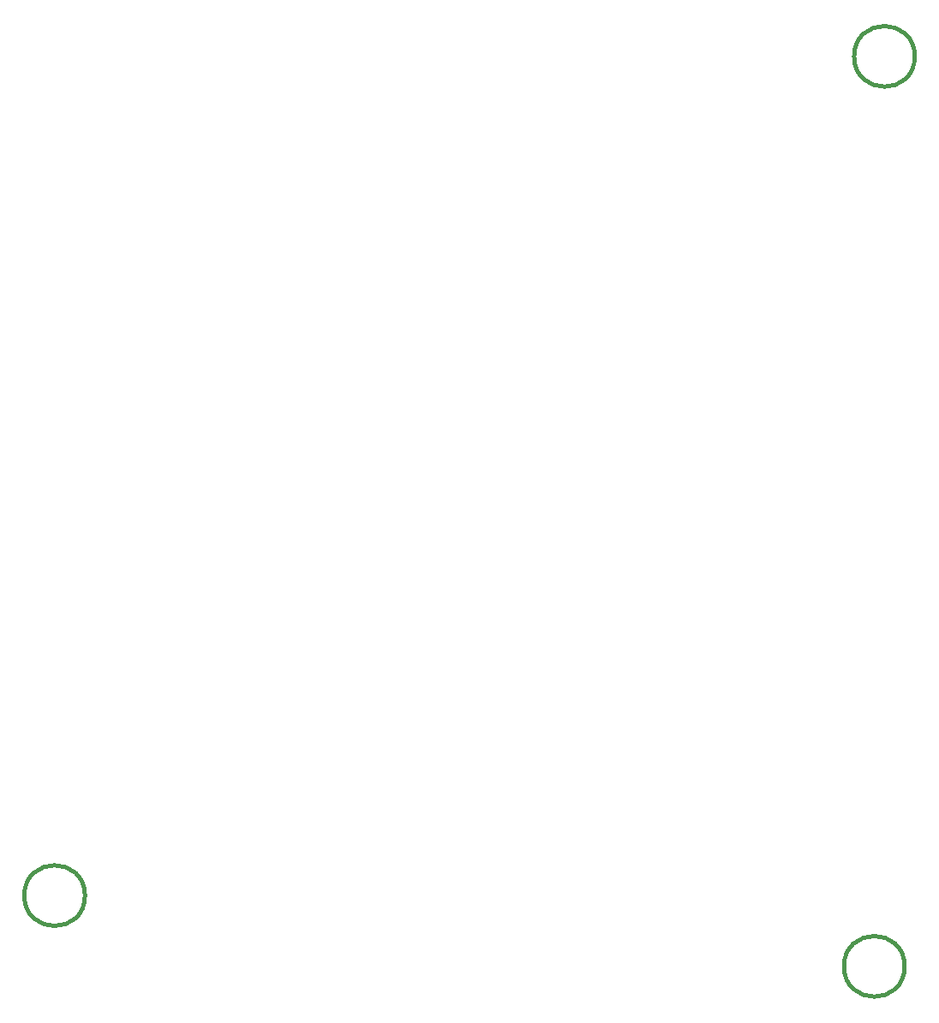
<source format=gbr>
%FSLAX34Y34*%
G04 Gerber Fmt 3.4, Leading zero omitted, Abs format*
G04 (created by PCBNEW (2014-jan-25)-product) date Wed 30 Apr 2014 08:14:39 PM MDT*
%MOIN*%
G01*
G70*
G90*
G04 APERTURE LIST*
%ADD10C,0.003937*%
%ADD11C,0.015000*%
G04 APERTURE END LIST*
G54D10*
G54D11*
X43306Y-47047D02*
G75*
G03X43306Y-47047I-1181J0D01*
G74*
G01*
X75590Y-14370D02*
G75*
G03X75590Y-14370I-1181J0D01*
G74*
G01*
X75196Y-49803D02*
G75*
G03X75196Y-49803I-1181J0D01*
G74*
G01*
M02*

</source>
